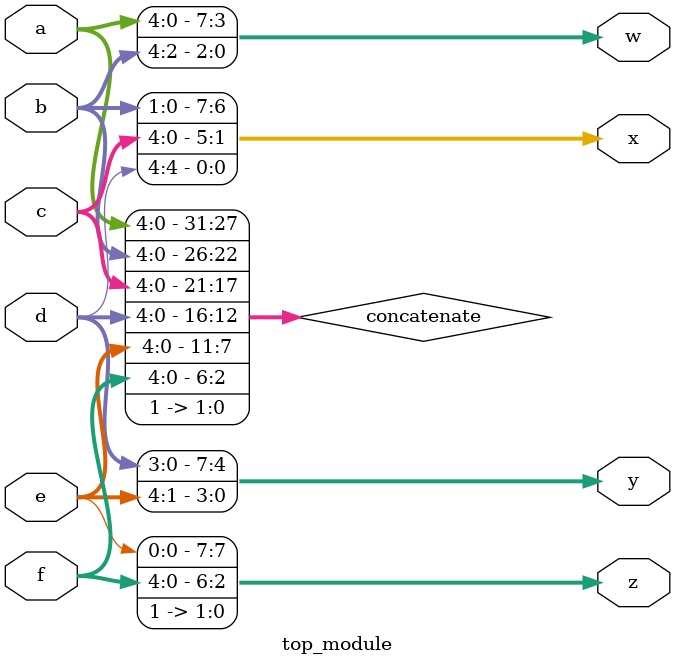
<source format=v>
module top_module (
    input [4:0] a, b, c, d, e, f,
    output [7:0] w, x, y, z );//

    // assign { ... } = { ... };
    wire [31:0] concatenate;
    assign concatenate = {a,b,c,d,e,f,2'b11};
    assign z = concatenate [7:0];
    assign y = concatenate [15:8];
    assign x = concatenate [23:16];
    assign w = concatenate [31:24];

endmodule

</source>
